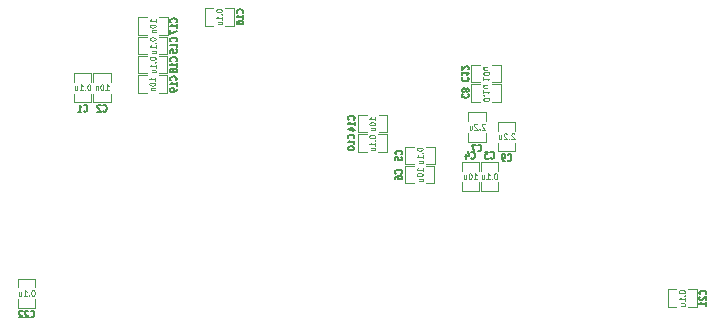
<source format=gbr>
%TF.GenerationSoftware,KiCad,Pcbnew,5.1.9+dfsg1-1*%
%TF.CreationDate,2021-08-04T00:34:55+03:00*%
%TF.ProjectId,extra_av_out,65787472-615f-4617-965f-6f75742e6b69,rev?*%
%TF.SameCoordinates,Original*%
%TF.FileFunction,Legend,Bot*%
%TF.FilePolarity,Positive*%
%FSLAX46Y46*%
G04 Gerber Fmt 4.6, Leading zero omitted, Abs format (unit mm)*
G04 Created by KiCad (PCBNEW 5.1.9+dfsg1-1) date 2021-08-04 00:34:55*
%MOMM*%
%LPD*%
G01*
G04 APERTURE LIST*
%ADD10C,0.119380*%
%ADD11C,0.127000*%
%ADD12C,0.114300*%
G04 APERTURE END LIST*
D10*
%TO.C,C22*%
X57303400Y-77539520D02*
X58776600Y-77539520D01*
X58776600Y-75060480D02*
X57303400Y-75060480D01*
X58774060Y-77498880D02*
X58774060Y-76800380D01*
X58774060Y-75799620D02*
X58774060Y-75101120D01*
X57305940Y-76800380D02*
X57305940Y-77498880D01*
X57305940Y-75799620D02*
X57305940Y-75101120D01*
%TO.C,C21*%
X114779520Y-77436600D02*
X114779520Y-75963400D01*
X112300480Y-75963400D02*
X112300480Y-77436600D01*
X114738880Y-75965940D02*
X114040380Y-75965940D01*
X113039620Y-75965940D02*
X112341120Y-75965940D01*
X114040380Y-77434060D02*
X114738880Y-77434060D01*
X113039620Y-77434060D02*
X112341120Y-77434060D01*
%TO.C,C19*%
X69949520Y-59316600D02*
X69949520Y-57843400D01*
X67470480Y-57843400D02*
X67470480Y-59316600D01*
X69908880Y-57845940D02*
X69210380Y-57845940D01*
X68209620Y-57845940D02*
X67511120Y-57845940D01*
X69210380Y-59314060D02*
X69908880Y-59314060D01*
X68209620Y-59314060D02*
X67511120Y-59314060D01*
%TO.C,C18*%
X69959520Y-57676600D02*
X69959520Y-56203400D01*
X67480480Y-56203400D02*
X67480480Y-57676600D01*
X69918880Y-56205940D02*
X69220380Y-56205940D01*
X68219620Y-56205940D02*
X67521120Y-56205940D01*
X69220380Y-57674060D02*
X69918880Y-57674060D01*
X68219620Y-57674060D02*
X67521120Y-57674060D01*
%TO.C,C17*%
X69969520Y-54396600D02*
X69969520Y-52923400D01*
X67490480Y-52923400D02*
X67490480Y-54396600D01*
X69928880Y-52925940D02*
X69230380Y-52925940D01*
X68229620Y-52925940D02*
X67531120Y-52925940D01*
X69230380Y-54394060D02*
X69928880Y-54394060D01*
X68229620Y-54394060D02*
X67531120Y-54394060D01*
%TO.C,C16*%
X75589520Y-53626600D02*
X75589520Y-52153400D01*
X73110480Y-52153400D02*
X73110480Y-53626600D01*
X75548880Y-52155940D02*
X74850380Y-52155940D01*
X73849620Y-52155940D02*
X73151120Y-52155940D01*
X74850380Y-53624060D02*
X75548880Y-53624060D01*
X73849620Y-53624060D02*
X73151120Y-53624060D01*
%TO.C,C15*%
X69959520Y-56036600D02*
X69959520Y-54563400D01*
X67480480Y-54563400D02*
X67480480Y-56036600D01*
X69918880Y-54565940D02*
X69220380Y-54565940D01*
X68219620Y-54565940D02*
X67521120Y-54565940D01*
X69220380Y-56034060D02*
X69918880Y-56034060D01*
X68219620Y-56034060D02*
X67521120Y-56034060D01*
%TO.C,C14*%
X88569520Y-62676600D02*
X88569520Y-61203400D01*
X86090480Y-61203400D02*
X86090480Y-62676600D01*
X88528880Y-61205940D02*
X87830380Y-61205940D01*
X86829620Y-61205940D02*
X86131120Y-61205940D01*
X87830380Y-62674060D02*
X88528880Y-62674060D01*
X86829620Y-62674060D02*
X86131120Y-62674060D01*
%TO.C,C12*%
X95690480Y-56953400D02*
X95690480Y-58426600D01*
X98169520Y-58426600D02*
X98169520Y-56953400D01*
X95731120Y-58424060D02*
X96429620Y-58424060D01*
X97430380Y-58424060D02*
X98128880Y-58424060D01*
X96429620Y-56955940D02*
X95731120Y-56955940D01*
X97430380Y-56955940D02*
X98128880Y-56955940D01*
%TO.C,C10*%
X88559520Y-64296600D02*
X88559520Y-62823400D01*
X86080480Y-62823400D02*
X86080480Y-64296600D01*
X88518880Y-62825940D02*
X87820380Y-62825940D01*
X86819620Y-62825940D02*
X86121120Y-62825940D01*
X87820380Y-64294060D02*
X88518880Y-64294060D01*
X86819620Y-64294060D02*
X86121120Y-64294060D01*
%TO.C,C9*%
X97933400Y-64279520D02*
X99406600Y-64279520D01*
X99406600Y-61800480D02*
X97933400Y-61800480D01*
X99404060Y-64238880D02*
X99404060Y-63540380D01*
X99404060Y-62539620D02*
X99404060Y-61841120D01*
X97935940Y-63540380D02*
X97935940Y-64238880D01*
X97935940Y-62539620D02*
X97935940Y-61841120D01*
%TO.C,C8*%
X95690480Y-58603400D02*
X95690480Y-60076600D01*
X98169520Y-60076600D02*
X98169520Y-58603400D01*
X95731120Y-60074060D02*
X96429620Y-60074060D01*
X97430380Y-60074060D02*
X98128880Y-60074060D01*
X96429620Y-58605940D02*
X95731120Y-58605940D01*
X97430380Y-58605940D02*
X98128880Y-58605940D01*
%TO.C,C7*%
X96916600Y-60980480D02*
X95443400Y-60980480D01*
X95443400Y-63459520D02*
X96916600Y-63459520D01*
X95445940Y-61021120D02*
X95445940Y-61719620D01*
X95445940Y-62720380D02*
X95445940Y-63418880D01*
X96914060Y-61719620D02*
X96914060Y-61021120D01*
X96914060Y-62720380D02*
X96914060Y-63418880D01*
%TO.C,C6*%
X90090480Y-65503400D02*
X90090480Y-66976600D01*
X92569520Y-66976600D02*
X92569520Y-65503400D01*
X90131120Y-66974060D02*
X90829620Y-66974060D01*
X91830380Y-66974060D02*
X92528880Y-66974060D01*
X90829620Y-65505940D02*
X90131120Y-65505940D01*
X91830380Y-65505940D02*
X92528880Y-65505940D01*
%TO.C,C5*%
X90100480Y-63883400D02*
X90100480Y-65356600D01*
X92579520Y-65356600D02*
X92579520Y-63883400D01*
X90141120Y-65354060D02*
X90839620Y-65354060D01*
X91840380Y-65354060D02*
X92538880Y-65354060D01*
X90839620Y-63885940D02*
X90141120Y-63885940D01*
X91840380Y-63885940D02*
X92538880Y-63885940D01*
%TO.C,C4*%
X96336600Y-65170480D02*
X94863400Y-65170480D01*
X94863400Y-67649520D02*
X96336600Y-67649520D01*
X94865940Y-65211120D02*
X94865940Y-65909620D01*
X94865940Y-66910380D02*
X94865940Y-67608880D01*
X96334060Y-65909620D02*
X96334060Y-65211120D01*
X96334060Y-66910380D02*
X96334060Y-67608880D01*
%TO.C,C3*%
X97956600Y-65160480D02*
X96483400Y-65160480D01*
X96483400Y-67639520D02*
X97956600Y-67639520D01*
X96485940Y-65201120D02*
X96485940Y-65899620D01*
X96485940Y-66900380D02*
X96485940Y-67598880D01*
X97954060Y-65899620D02*
X97954060Y-65201120D01*
X97954060Y-66900380D02*
X97954060Y-67598880D01*
%TO.C,C2*%
X63683400Y-60119520D02*
X65156600Y-60119520D01*
X65156600Y-57640480D02*
X63683400Y-57640480D01*
X65154060Y-60078880D02*
X65154060Y-59380380D01*
X65154060Y-58379620D02*
X65154060Y-57681120D01*
X63685940Y-59380380D02*
X63685940Y-60078880D01*
X63685940Y-58379620D02*
X63685940Y-57681120D01*
%TO.C,C1*%
X62043400Y-60119520D02*
X63516600Y-60119520D01*
X63516600Y-57640480D02*
X62043400Y-57640480D01*
X63514060Y-60078880D02*
X63514060Y-59380380D01*
X63514060Y-58379620D02*
X63514060Y-57681120D01*
X62045940Y-59380380D02*
X62045940Y-60078880D01*
X62045940Y-58379620D02*
X62045940Y-57681120D01*
%TO.C,C22*%
D11*
X58366571Y-78286642D02*
X58390761Y-78314461D01*
X58463333Y-78342280D01*
X58511714Y-78342280D01*
X58584285Y-78314461D01*
X58632666Y-78258823D01*
X58656857Y-78203185D01*
X58681047Y-78091909D01*
X58681047Y-78008452D01*
X58656857Y-77897176D01*
X58632666Y-77841538D01*
X58584285Y-77785900D01*
X58511714Y-77758080D01*
X58463333Y-77758080D01*
X58390761Y-77785900D01*
X58366571Y-77813719D01*
X58173047Y-77813719D02*
X58148857Y-77785900D01*
X58100476Y-77758080D01*
X57979523Y-77758080D01*
X57931142Y-77785900D01*
X57906952Y-77813719D01*
X57882761Y-77869357D01*
X57882761Y-77924995D01*
X57906952Y-78008452D01*
X58197238Y-78342280D01*
X57882761Y-78342280D01*
X57689238Y-77813719D02*
X57665047Y-77785900D01*
X57616666Y-77758080D01*
X57495714Y-77758080D01*
X57447333Y-77785900D01*
X57423142Y-77813719D01*
X57398952Y-77869357D01*
X57398952Y-77924995D01*
X57423142Y-78008452D01*
X57713428Y-78342280D01*
X57398952Y-78342280D01*
D12*
X58595171Y-76021809D02*
X58551628Y-76021809D01*
X58508085Y-76046000D01*
X58486314Y-76070190D01*
X58464542Y-76118571D01*
X58442771Y-76215333D01*
X58442771Y-76336285D01*
X58464542Y-76433047D01*
X58486314Y-76481428D01*
X58508085Y-76505619D01*
X58551628Y-76529809D01*
X58595171Y-76529809D01*
X58638714Y-76505619D01*
X58660485Y-76481428D01*
X58682257Y-76433047D01*
X58704028Y-76336285D01*
X58704028Y-76215333D01*
X58682257Y-76118571D01*
X58660485Y-76070190D01*
X58638714Y-76046000D01*
X58595171Y-76021809D01*
X58246828Y-76481428D02*
X58225057Y-76505619D01*
X58246828Y-76529809D01*
X58268600Y-76505619D01*
X58246828Y-76481428D01*
X58246828Y-76529809D01*
X57789628Y-76529809D02*
X58050885Y-76529809D01*
X57920257Y-76529809D02*
X57920257Y-76021809D01*
X57963800Y-76094380D01*
X58007342Y-76142761D01*
X58050885Y-76166952D01*
X57397742Y-76191142D02*
X57397742Y-76529809D01*
X57593685Y-76191142D02*
X57593685Y-76457238D01*
X57571914Y-76505619D01*
X57528371Y-76529809D01*
X57463057Y-76529809D01*
X57419514Y-76505619D01*
X57397742Y-76481428D01*
%TO.C,C21*%
D11*
X115526642Y-76373428D02*
X115554461Y-76349238D01*
X115582280Y-76276666D01*
X115582280Y-76228285D01*
X115554461Y-76155714D01*
X115498823Y-76107333D01*
X115443185Y-76083142D01*
X115331909Y-76058952D01*
X115248452Y-76058952D01*
X115137176Y-76083142D01*
X115081538Y-76107333D01*
X115025900Y-76155714D01*
X114998080Y-76228285D01*
X114998080Y-76276666D01*
X115025900Y-76349238D01*
X115053719Y-76373428D01*
X115053719Y-76566952D02*
X115025900Y-76591142D01*
X114998080Y-76639523D01*
X114998080Y-76760476D01*
X115025900Y-76808857D01*
X115053719Y-76833047D01*
X115109357Y-76857238D01*
X115164995Y-76857238D01*
X115248452Y-76833047D01*
X115582280Y-76542761D01*
X115582280Y-76857238D01*
X115582280Y-77341047D02*
X115582280Y-77050761D01*
X115582280Y-77195904D02*
X114998080Y-77195904D01*
X115081538Y-77147523D01*
X115137176Y-77099142D01*
X115164995Y-77050761D01*
D12*
X113261809Y-76144828D02*
X113261809Y-76188371D01*
X113286000Y-76231914D01*
X113310190Y-76253685D01*
X113358571Y-76275457D01*
X113455333Y-76297228D01*
X113576285Y-76297228D01*
X113673047Y-76275457D01*
X113721428Y-76253685D01*
X113745619Y-76231914D01*
X113769809Y-76188371D01*
X113769809Y-76144828D01*
X113745619Y-76101285D01*
X113721428Y-76079514D01*
X113673047Y-76057742D01*
X113576285Y-76035971D01*
X113455333Y-76035971D01*
X113358571Y-76057742D01*
X113310190Y-76079514D01*
X113286000Y-76101285D01*
X113261809Y-76144828D01*
X113721428Y-76493171D02*
X113745619Y-76514942D01*
X113769809Y-76493171D01*
X113745619Y-76471400D01*
X113721428Y-76493171D01*
X113769809Y-76493171D01*
X113769809Y-76950371D02*
X113769809Y-76689114D01*
X113769809Y-76819742D02*
X113261809Y-76819742D01*
X113334380Y-76776200D01*
X113382761Y-76732657D01*
X113406952Y-76689114D01*
X113431142Y-77342257D02*
X113769809Y-77342257D01*
X113431142Y-77146314D02*
X113697238Y-77146314D01*
X113745619Y-77168085D01*
X113769809Y-77211628D01*
X113769809Y-77276942D01*
X113745619Y-77320485D01*
X113721428Y-77342257D01*
%TO.C,C19*%
D11*
X70696642Y-58253428D02*
X70724461Y-58229238D01*
X70752280Y-58156666D01*
X70752280Y-58108285D01*
X70724461Y-58035714D01*
X70668823Y-57987333D01*
X70613185Y-57963142D01*
X70501909Y-57938952D01*
X70418452Y-57938952D01*
X70307176Y-57963142D01*
X70251538Y-57987333D01*
X70195900Y-58035714D01*
X70168080Y-58108285D01*
X70168080Y-58156666D01*
X70195900Y-58229238D01*
X70223719Y-58253428D01*
X70752280Y-58737238D02*
X70752280Y-58446952D01*
X70752280Y-58592095D02*
X70168080Y-58592095D01*
X70251538Y-58543714D01*
X70307176Y-58495333D01*
X70334995Y-58446952D01*
X70752280Y-58979142D02*
X70752280Y-59075904D01*
X70724461Y-59124285D01*
X70696642Y-59148476D01*
X70613185Y-59196857D01*
X70501909Y-59221047D01*
X70279357Y-59221047D01*
X70223719Y-59196857D01*
X70195900Y-59172666D01*
X70168080Y-59124285D01*
X70168080Y-59027523D01*
X70195900Y-58979142D01*
X70223719Y-58954952D01*
X70279357Y-58930761D01*
X70418452Y-58930761D01*
X70474090Y-58954952D01*
X70501909Y-58979142D01*
X70529728Y-59027523D01*
X70529728Y-59124285D01*
X70501909Y-59172666D01*
X70474090Y-59196857D01*
X70418452Y-59221047D01*
D12*
X68939809Y-58286085D02*
X68939809Y-58024828D01*
X68939809Y-58155457D02*
X68431809Y-58155457D01*
X68504380Y-58111914D01*
X68552761Y-58068371D01*
X68576952Y-58024828D01*
X68431809Y-58569114D02*
X68431809Y-58612657D01*
X68456000Y-58656200D01*
X68480190Y-58677971D01*
X68528571Y-58699742D01*
X68625333Y-58721514D01*
X68746285Y-58721514D01*
X68843047Y-58699742D01*
X68891428Y-58677971D01*
X68915619Y-58656200D01*
X68939809Y-58612657D01*
X68939809Y-58569114D01*
X68915619Y-58525571D01*
X68891428Y-58503800D01*
X68843047Y-58482028D01*
X68746285Y-58460257D01*
X68625333Y-58460257D01*
X68528571Y-58482028D01*
X68480190Y-58503800D01*
X68456000Y-58525571D01*
X68431809Y-58569114D01*
X68601142Y-58917457D02*
X68939809Y-58917457D01*
X68649523Y-58917457D02*
X68625333Y-58939228D01*
X68601142Y-58982771D01*
X68601142Y-59048085D01*
X68625333Y-59091628D01*
X68673714Y-59113400D01*
X68939809Y-59113400D01*
%TO.C,C18*%
D11*
X70706642Y-56613428D02*
X70734461Y-56589238D01*
X70762280Y-56516666D01*
X70762280Y-56468285D01*
X70734461Y-56395714D01*
X70678823Y-56347333D01*
X70623185Y-56323142D01*
X70511909Y-56298952D01*
X70428452Y-56298952D01*
X70317176Y-56323142D01*
X70261538Y-56347333D01*
X70205900Y-56395714D01*
X70178080Y-56468285D01*
X70178080Y-56516666D01*
X70205900Y-56589238D01*
X70233719Y-56613428D01*
X70762280Y-57097238D02*
X70762280Y-56806952D01*
X70762280Y-56952095D02*
X70178080Y-56952095D01*
X70261538Y-56903714D01*
X70317176Y-56855333D01*
X70344995Y-56806952D01*
X70428452Y-57387523D02*
X70400633Y-57339142D01*
X70372814Y-57314952D01*
X70317176Y-57290761D01*
X70289357Y-57290761D01*
X70233719Y-57314952D01*
X70205900Y-57339142D01*
X70178080Y-57387523D01*
X70178080Y-57484285D01*
X70205900Y-57532666D01*
X70233719Y-57556857D01*
X70289357Y-57581047D01*
X70317176Y-57581047D01*
X70372814Y-57556857D01*
X70400633Y-57532666D01*
X70428452Y-57484285D01*
X70428452Y-57387523D01*
X70456271Y-57339142D01*
X70484090Y-57314952D01*
X70539728Y-57290761D01*
X70651004Y-57290761D01*
X70706642Y-57314952D01*
X70734461Y-57339142D01*
X70762280Y-57387523D01*
X70762280Y-57484285D01*
X70734461Y-57532666D01*
X70706642Y-57556857D01*
X70651004Y-57581047D01*
X70539728Y-57581047D01*
X70484090Y-57556857D01*
X70456271Y-57532666D01*
X70428452Y-57484285D01*
D12*
X68441809Y-56384828D02*
X68441809Y-56428371D01*
X68466000Y-56471914D01*
X68490190Y-56493685D01*
X68538571Y-56515457D01*
X68635333Y-56537228D01*
X68756285Y-56537228D01*
X68853047Y-56515457D01*
X68901428Y-56493685D01*
X68925619Y-56471914D01*
X68949809Y-56428371D01*
X68949809Y-56384828D01*
X68925619Y-56341285D01*
X68901428Y-56319514D01*
X68853047Y-56297742D01*
X68756285Y-56275971D01*
X68635333Y-56275971D01*
X68538571Y-56297742D01*
X68490190Y-56319514D01*
X68466000Y-56341285D01*
X68441809Y-56384828D01*
X68901428Y-56733171D02*
X68925619Y-56754942D01*
X68949809Y-56733171D01*
X68925619Y-56711400D01*
X68901428Y-56733171D01*
X68949809Y-56733171D01*
X68949809Y-57190371D02*
X68949809Y-56929114D01*
X68949809Y-57059742D02*
X68441809Y-57059742D01*
X68514380Y-57016200D01*
X68562761Y-56972657D01*
X68586952Y-56929114D01*
X68611142Y-57582257D02*
X68949809Y-57582257D01*
X68611142Y-57386314D02*
X68877238Y-57386314D01*
X68925619Y-57408085D01*
X68949809Y-57451628D01*
X68949809Y-57516942D01*
X68925619Y-57560485D01*
X68901428Y-57582257D01*
%TO.C,C17*%
D11*
X70716642Y-53333428D02*
X70744461Y-53309238D01*
X70772280Y-53236666D01*
X70772280Y-53188285D01*
X70744461Y-53115714D01*
X70688823Y-53067333D01*
X70633185Y-53043142D01*
X70521909Y-53018952D01*
X70438452Y-53018952D01*
X70327176Y-53043142D01*
X70271538Y-53067333D01*
X70215900Y-53115714D01*
X70188080Y-53188285D01*
X70188080Y-53236666D01*
X70215900Y-53309238D01*
X70243719Y-53333428D01*
X70772280Y-53817238D02*
X70772280Y-53526952D01*
X70772280Y-53672095D02*
X70188080Y-53672095D01*
X70271538Y-53623714D01*
X70327176Y-53575333D01*
X70354995Y-53526952D01*
X70188080Y-53986571D02*
X70188080Y-54325238D01*
X70772280Y-54107523D01*
D12*
X68959809Y-53366085D02*
X68959809Y-53104828D01*
X68959809Y-53235457D02*
X68451809Y-53235457D01*
X68524380Y-53191914D01*
X68572761Y-53148371D01*
X68596952Y-53104828D01*
X68451809Y-53649114D02*
X68451809Y-53692657D01*
X68476000Y-53736200D01*
X68500190Y-53757971D01*
X68548571Y-53779742D01*
X68645333Y-53801514D01*
X68766285Y-53801514D01*
X68863047Y-53779742D01*
X68911428Y-53757971D01*
X68935619Y-53736200D01*
X68959809Y-53692657D01*
X68959809Y-53649114D01*
X68935619Y-53605571D01*
X68911428Y-53583800D01*
X68863047Y-53562028D01*
X68766285Y-53540257D01*
X68645333Y-53540257D01*
X68548571Y-53562028D01*
X68500190Y-53583800D01*
X68476000Y-53605571D01*
X68451809Y-53649114D01*
X68621142Y-53997457D02*
X68959809Y-53997457D01*
X68669523Y-53997457D02*
X68645333Y-54019228D01*
X68621142Y-54062771D01*
X68621142Y-54128085D01*
X68645333Y-54171628D01*
X68693714Y-54193400D01*
X68959809Y-54193400D01*
%TO.C,C16*%
D11*
X76336642Y-52563428D02*
X76364461Y-52539238D01*
X76392280Y-52466666D01*
X76392280Y-52418285D01*
X76364461Y-52345714D01*
X76308823Y-52297333D01*
X76253185Y-52273142D01*
X76141909Y-52248952D01*
X76058452Y-52248952D01*
X75947176Y-52273142D01*
X75891538Y-52297333D01*
X75835900Y-52345714D01*
X75808080Y-52418285D01*
X75808080Y-52466666D01*
X75835900Y-52539238D01*
X75863719Y-52563428D01*
X76392280Y-53047238D02*
X76392280Y-52756952D01*
X76392280Y-52902095D02*
X75808080Y-52902095D01*
X75891538Y-52853714D01*
X75947176Y-52805333D01*
X75974995Y-52756952D01*
X75808080Y-53482666D02*
X75808080Y-53385904D01*
X75835900Y-53337523D01*
X75863719Y-53313333D01*
X75947176Y-53264952D01*
X76058452Y-53240761D01*
X76281004Y-53240761D01*
X76336642Y-53264952D01*
X76364461Y-53289142D01*
X76392280Y-53337523D01*
X76392280Y-53434285D01*
X76364461Y-53482666D01*
X76336642Y-53506857D01*
X76281004Y-53531047D01*
X76141909Y-53531047D01*
X76086271Y-53506857D01*
X76058452Y-53482666D01*
X76030633Y-53434285D01*
X76030633Y-53337523D01*
X76058452Y-53289142D01*
X76086271Y-53264952D01*
X76141909Y-53240761D01*
D12*
X74071809Y-52334828D02*
X74071809Y-52378371D01*
X74096000Y-52421914D01*
X74120190Y-52443685D01*
X74168571Y-52465457D01*
X74265333Y-52487228D01*
X74386285Y-52487228D01*
X74483047Y-52465457D01*
X74531428Y-52443685D01*
X74555619Y-52421914D01*
X74579809Y-52378371D01*
X74579809Y-52334828D01*
X74555619Y-52291285D01*
X74531428Y-52269514D01*
X74483047Y-52247742D01*
X74386285Y-52225971D01*
X74265333Y-52225971D01*
X74168571Y-52247742D01*
X74120190Y-52269514D01*
X74096000Y-52291285D01*
X74071809Y-52334828D01*
X74531428Y-52683171D02*
X74555619Y-52704942D01*
X74579809Y-52683171D01*
X74555619Y-52661400D01*
X74531428Y-52683171D01*
X74579809Y-52683171D01*
X74579809Y-53140371D02*
X74579809Y-52879114D01*
X74579809Y-53009742D02*
X74071809Y-53009742D01*
X74144380Y-52966200D01*
X74192761Y-52922657D01*
X74216952Y-52879114D01*
X74241142Y-53532257D02*
X74579809Y-53532257D01*
X74241142Y-53336314D02*
X74507238Y-53336314D01*
X74555619Y-53358085D01*
X74579809Y-53401628D01*
X74579809Y-53466942D01*
X74555619Y-53510485D01*
X74531428Y-53532257D01*
%TO.C,C15*%
D11*
X70706642Y-54973428D02*
X70734461Y-54949238D01*
X70762280Y-54876666D01*
X70762280Y-54828285D01*
X70734461Y-54755714D01*
X70678823Y-54707333D01*
X70623185Y-54683142D01*
X70511909Y-54658952D01*
X70428452Y-54658952D01*
X70317176Y-54683142D01*
X70261538Y-54707333D01*
X70205900Y-54755714D01*
X70178080Y-54828285D01*
X70178080Y-54876666D01*
X70205900Y-54949238D01*
X70233719Y-54973428D01*
X70762280Y-55457238D02*
X70762280Y-55166952D01*
X70762280Y-55312095D02*
X70178080Y-55312095D01*
X70261538Y-55263714D01*
X70317176Y-55215333D01*
X70344995Y-55166952D01*
X70178080Y-55916857D02*
X70178080Y-55674952D01*
X70456271Y-55650761D01*
X70428452Y-55674952D01*
X70400633Y-55723333D01*
X70400633Y-55844285D01*
X70428452Y-55892666D01*
X70456271Y-55916857D01*
X70511909Y-55941047D01*
X70651004Y-55941047D01*
X70706642Y-55916857D01*
X70734461Y-55892666D01*
X70762280Y-55844285D01*
X70762280Y-55723333D01*
X70734461Y-55674952D01*
X70706642Y-55650761D01*
D12*
X68441809Y-54744828D02*
X68441809Y-54788371D01*
X68466000Y-54831914D01*
X68490190Y-54853685D01*
X68538571Y-54875457D01*
X68635333Y-54897228D01*
X68756285Y-54897228D01*
X68853047Y-54875457D01*
X68901428Y-54853685D01*
X68925619Y-54831914D01*
X68949809Y-54788371D01*
X68949809Y-54744828D01*
X68925619Y-54701285D01*
X68901428Y-54679514D01*
X68853047Y-54657742D01*
X68756285Y-54635971D01*
X68635333Y-54635971D01*
X68538571Y-54657742D01*
X68490190Y-54679514D01*
X68466000Y-54701285D01*
X68441809Y-54744828D01*
X68901428Y-55093171D02*
X68925619Y-55114942D01*
X68949809Y-55093171D01*
X68925619Y-55071400D01*
X68901428Y-55093171D01*
X68949809Y-55093171D01*
X68949809Y-55550371D02*
X68949809Y-55289114D01*
X68949809Y-55419742D02*
X68441809Y-55419742D01*
X68514380Y-55376200D01*
X68562761Y-55332657D01*
X68586952Y-55289114D01*
X68611142Y-55942257D02*
X68949809Y-55942257D01*
X68611142Y-55746314D02*
X68877238Y-55746314D01*
X68925619Y-55768085D01*
X68949809Y-55811628D01*
X68949809Y-55876942D01*
X68925619Y-55920485D01*
X68901428Y-55942257D01*
%TO.C,C14*%
D11*
X85768642Y-61583428D02*
X85796461Y-61559238D01*
X85824280Y-61486666D01*
X85824280Y-61438285D01*
X85796461Y-61365714D01*
X85740823Y-61317333D01*
X85685185Y-61293142D01*
X85573909Y-61268952D01*
X85490452Y-61268952D01*
X85379176Y-61293142D01*
X85323538Y-61317333D01*
X85267900Y-61365714D01*
X85240080Y-61438285D01*
X85240080Y-61486666D01*
X85267900Y-61559238D01*
X85295719Y-61583428D01*
X85824280Y-62067238D02*
X85824280Y-61776952D01*
X85824280Y-61922095D02*
X85240080Y-61922095D01*
X85323538Y-61873714D01*
X85379176Y-61825333D01*
X85406995Y-61776952D01*
X85434814Y-62502666D02*
X85824280Y-62502666D01*
X85212261Y-62381714D02*
X85629547Y-62260761D01*
X85629547Y-62575238D01*
D12*
X87559809Y-61646085D02*
X87559809Y-61384828D01*
X87559809Y-61515457D02*
X87051809Y-61515457D01*
X87124380Y-61471914D01*
X87172761Y-61428371D01*
X87196952Y-61384828D01*
X87051809Y-61929114D02*
X87051809Y-61972657D01*
X87076000Y-62016200D01*
X87100190Y-62037971D01*
X87148571Y-62059742D01*
X87245333Y-62081514D01*
X87366285Y-62081514D01*
X87463047Y-62059742D01*
X87511428Y-62037971D01*
X87535619Y-62016200D01*
X87559809Y-61972657D01*
X87559809Y-61929114D01*
X87535619Y-61885571D01*
X87511428Y-61863800D01*
X87463047Y-61842028D01*
X87366285Y-61820257D01*
X87245333Y-61820257D01*
X87148571Y-61842028D01*
X87100190Y-61863800D01*
X87076000Y-61885571D01*
X87051809Y-61929114D01*
X87221142Y-62473400D02*
X87559809Y-62473400D01*
X87221142Y-62277457D02*
X87487238Y-62277457D01*
X87535619Y-62299228D01*
X87559809Y-62342771D01*
X87559809Y-62408085D01*
X87535619Y-62451628D01*
X87511428Y-62473400D01*
%TO.C,C12*%
D11*
X94943357Y-58016571D02*
X94915538Y-58040761D01*
X94887719Y-58113333D01*
X94887719Y-58161714D01*
X94915538Y-58234285D01*
X94971176Y-58282666D01*
X95026814Y-58306857D01*
X95138090Y-58331047D01*
X95221547Y-58331047D01*
X95332823Y-58306857D01*
X95388461Y-58282666D01*
X95444100Y-58234285D01*
X95471919Y-58161714D01*
X95471919Y-58113333D01*
X95444100Y-58040761D01*
X95416280Y-58016571D01*
X94887719Y-57532761D02*
X94887719Y-57823047D01*
X94887719Y-57677904D02*
X95471919Y-57677904D01*
X95388461Y-57726285D01*
X95332823Y-57774666D01*
X95305004Y-57823047D01*
X95416280Y-57339238D02*
X95444100Y-57315047D01*
X95471919Y-57266666D01*
X95471919Y-57145714D01*
X95444100Y-57097333D01*
X95416280Y-57073142D01*
X95360642Y-57048952D01*
X95305004Y-57048952D01*
X95221547Y-57073142D01*
X94887719Y-57363428D01*
X94887719Y-57048952D01*
D12*
X96700190Y-57983914D02*
X96700190Y-58245171D01*
X96700190Y-58114542D02*
X97208190Y-58114542D01*
X97135619Y-58158085D01*
X97087238Y-58201628D01*
X97063047Y-58245171D01*
X97208190Y-57700885D02*
X97208190Y-57657342D01*
X97184000Y-57613800D01*
X97159809Y-57592028D01*
X97111428Y-57570257D01*
X97014666Y-57548485D01*
X96893714Y-57548485D01*
X96796952Y-57570257D01*
X96748571Y-57592028D01*
X96724380Y-57613800D01*
X96700190Y-57657342D01*
X96700190Y-57700885D01*
X96724380Y-57744428D01*
X96748571Y-57766200D01*
X96796952Y-57787971D01*
X96893714Y-57809742D01*
X97014666Y-57809742D01*
X97111428Y-57787971D01*
X97159809Y-57766200D01*
X97184000Y-57744428D01*
X97208190Y-57700885D01*
X97038857Y-57156600D02*
X96700190Y-57156600D01*
X97038857Y-57352542D02*
X96772761Y-57352542D01*
X96724380Y-57330771D01*
X96700190Y-57287228D01*
X96700190Y-57221914D01*
X96724380Y-57178371D01*
X96748571Y-57156600D01*
%TO.C,C10*%
D11*
X85738642Y-63183428D02*
X85766461Y-63159238D01*
X85794280Y-63086666D01*
X85794280Y-63038285D01*
X85766461Y-62965714D01*
X85710823Y-62917333D01*
X85655185Y-62893142D01*
X85543909Y-62868952D01*
X85460452Y-62868952D01*
X85349176Y-62893142D01*
X85293538Y-62917333D01*
X85237900Y-62965714D01*
X85210080Y-63038285D01*
X85210080Y-63086666D01*
X85237900Y-63159238D01*
X85265719Y-63183428D01*
X85794280Y-63667238D02*
X85794280Y-63376952D01*
X85794280Y-63522095D02*
X85210080Y-63522095D01*
X85293538Y-63473714D01*
X85349176Y-63425333D01*
X85376995Y-63376952D01*
X85210080Y-63981714D02*
X85210080Y-64030095D01*
X85237900Y-64078476D01*
X85265719Y-64102666D01*
X85321357Y-64126857D01*
X85432633Y-64151047D01*
X85571728Y-64151047D01*
X85683004Y-64126857D01*
X85738642Y-64102666D01*
X85766461Y-64078476D01*
X85794280Y-64030095D01*
X85794280Y-63981714D01*
X85766461Y-63933333D01*
X85738642Y-63909142D01*
X85683004Y-63884952D01*
X85571728Y-63860761D01*
X85432633Y-63860761D01*
X85321357Y-63884952D01*
X85265719Y-63909142D01*
X85237900Y-63933333D01*
X85210080Y-63981714D01*
D12*
X87041809Y-63004828D02*
X87041809Y-63048371D01*
X87066000Y-63091914D01*
X87090190Y-63113685D01*
X87138571Y-63135457D01*
X87235333Y-63157228D01*
X87356285Y-63157228D01*
X87453047Y-63135457D01*
X87501428Y-63113685D01*
X87525619Y-63091914D01*
X87549809Y-63048371D01*
X87549809Y-63004828D01*
X87525619Y-62961285D01*
X87501428Y-62939514D01*
X87453047Y-62917742D01*
X87356285Y-62895971D01*
X87235333Y-62895971D01*
X87138571Y-62917742D01*
X87090190Y-62939514D01*
X87066000Y-62961285D01*
X87041809Y-63004828D01*
X87501428Y-63353171D02*
X87525619Y-63374942D01*
X87549809Y-63353171D01*
X87525619Y-63331400D01*
X87501428Y-63353171D01*
X87549809Y-63353171D01*
X87549809Y-63810371D02*
X87549809Y-63549114D01*
X87549809Y-63679742D02*
X87041809Y-63679742D01*
X87114380Y-63636200D01*
X87162761Y-63592657D01*
X87186952Y-63549114D01*
X87211142Y-64202257D02*
X87549809Y-64202257D01*
X87211142Y-64006314D02*
X87477238Y-64006314D01*
X87525619Y-64028085D01*
X87549809Y-64071628D01*
X87549809Y-64136942D01*
X87525619Y-64180485D01*
X87501428Y-64202257D01*
%TO.C,C9*%
D11*
X98754666Y-65026642D02*
X98778857Y-65054461D01*
X98851428Y-65082280D01*
X98899809Y-65082280D01*
X98972380Y-65054461D01*
X99020761Y-64998823D01*
X99044952Y-64943185D01*
X99069142Y-64831909D01*
X99069142Y-64748452D01*
X99044952Y-64637176D01*
X99020761Y-64581538D01*
X98972380Y-64525900D01*
X98899809Y-64498080D01*
X98851428Y-64498080D01*
X98778857Y-64525900D01*
X98754666Y-64553719D01*
X98512761Y-65082280D02*
X98416000Y-65082280D01*
X98367619Y-65054461D01*
X98343428Y-65026642D01*
X98295047Y-64943185D01*
X98270857Y-64831909D01*
X98270857Y-64609357D01*
X98295047Y-64553719D01*
X98319238Y-64525900D01*
X98367619Y-64498080D01*
X98464380Y-64498080D01*
X98512761Y-64525900D01*
X98536952Y-64553719D01*
X98561142Y-64609357D01*
X98561142Y-64748452D01*
X98536952Y-64804090D01*
X98512761Y-64831909D01*
X98464380Y-64859728D01*
X98367619Y-64859728D01*
X98319238Y-64831909D01*
X98295047Y-64804090D01*
X98270857Y-64748452D01*
D12*
X99334028Y-62810190D02*
X99312257Y-62786000D01*
X99268714Y-62761809D01*
X99159857Y-62761809D01*
X99116314Y-62786000D01*
X99094542Y-62810190D01*
X99072771Y-62858571D01*
X99072771Y-62906952D01*
X99094542Y-62979523D01*
X99355800Y-63269809D01*
X99072771Y-63269809D01*
X98876828Y-63221428D02*
X98855057Y-63245619D01*
X98876828Y-63269809D01*
X98898600Y-63245619D01*
X98876828Y-63221428D01*
X98876828Y-63269809D01*
X98680885Y-62810190D02*
X98659114Y-62786000D01*
X98615571Y-62761809D01*
X98506714Y-62761809D01*
X98463171Y-62786000D01*
X98441400Y-62810190D01*
X98419628Y-62858571D01*
X98419628Y-62906952D01*
X98441400Y-62979523D01*
X98702657Y-63269809D01*
X98419628Y-63269809D01*
X98027742Y-62931142D02*
X98027742Y-63269809D01*
X98223685Y-62931142D02*
X98223685Y-63197238D01*
X98201914Y-63245619D01*
X98158371Y-63269809D01*
X98093057Y-63269809D01*
X98049514Y-63245619D01*
X98027742Y-63221428D01*
%TO.C,C8*%
D11*
X94943357Y-59424666D02*
X94915538Y-59448857D01*
X94887719Y-59521428D01*
X94887719Y-59569809D01*
X94915538Y-59642380D01*
X94971176Y-59690761D01*
X95026814Y-59714952D01*
X95138090Y-59739142D01*
X95221547Y-59739142D01*
X95332823Y-59714952D01*
X95388461Y-59690761D01*
X95444100Y-59642380D01*
X95471919Y-59569809D01*
X95471919Y-59521428D01*
X95444100Y-59448857D01*
X95416280Y-59424666D01*
X95221547Y-59134380D02*
X95249366Y-59182761D01*
X95277185Y-59206952D01*
X95332823Y-59231142D01*
X95360642Y-59231142D01*
X95416280Y-59206952D01*
X95444100Y-59182761D01*
X95471919Y-59134380D01*
X95471919Y-59037619D01*
X95444100Y-58989238D01*
X95416280Y-58965047D01*
X95360642Y-58940857D01*
X95332823Y-58940857D01*
X95277185Y-58965047D01*
X95249366Y-58989238D01*
X95221547Y-59037619D01*
X95221547Y-59134380D01*
X95193728Y-59182761D01*
X95165909Y-59206952D01*
X95110271Y-59231142D01*
X94998995Y-59231142D01*
X94943357Y-59206952D01*
X94915538Y-59182761D01*
X94887719Y-59134380D01*
X94887719Y-59037619D01*
X94915538Y-58989238D01*
X94943357Y-58965047D01*
X94998995Y-58940857D01*
X95110271Y-58940857D01*
X95165909Y-58965047D01*
X95193728Y-58989238D01*
X95221547Y-59037619D01*
D12*
X97208190Y-59895171D02*
X97208190Y-59851628D01*
X97184000Y-59808085D01*
X97159809Y-59786314D01*
X97111428Y-59764542D01*
X97014666Y-59742771D01*
X96893714Y-59742771D01*
X96796952Y-59764542D01*
X96748571Y-59786314D01*
X96724380Y-59808085D01*
X96700190Y-59851628D01*
X96700190Y-59895171D01*
X96724380Y-59938714D01*
X96748571Y-59960485D01*
X96796952Y-59982257D01*
X96893714Y-60004028D01*
X97014666Y-60004028D01*
X97111428Y-59982257D01*
X97159809Y-59960485D01*
X97184000Y-59938714D01*
X97208190Y-59895171D01*
X96748571Y-59546828D02*
X96724380Y-59525057D01*
X96700190Y-59546828D01*
X96724380Y-59568600D01*
X96748571Y-59546828D01*
X96700190Y-59546828D01*
X96700190Y-59089628D02*
X96700190Y-59350885D01*
X96700190Y-59220257D02*
X97208190Y-59220257D01*
X97135619Y-59263800D01*
X97087238Y-59307342D01*
X97063047Y-59350885D01*
X97038857Y-58697742D02*
X96700190Y-58697742D01*
X97038857Y-58893685D02*
X96772761Y-58893685D01*
X96724380Y-58871914D01*
X96700190Y-58828371D01*
X96700190Y-58763057D01*
X96724380Y-58719514D01*
X96748571Y-58697742D01*
%TO.C,C7*%
D11*
X96224666Y-64228642D02*
X96248857Y-64256461D01*
X96321428Y-64284280D01*
X96369809Y-64284280D01*
X96442380Y-64256461D01*
X96490761Y-64200823D01*
X96514952Y-64145185D01*
X96539142Y-64033909D01*
X96539142Y-63950452D01*
X96514952Y-63839176D01*
X96490761Y-63783538D01*
X96442380Y-63727900D01*
X96369809Y-63700080D01*
X96321428Y-63700080D01*
X96248857Y-63727900D01*
X96224666Y-63755719D01*
X96055333Y-63700080D02*
X95716666Y-63700080D01*
X95934380Y-64284280D01*
D12*
X96844028Y-61990190D02*
X96822257Y-61966000D01*
X96778714Y-61941809D01*
X96669857Y-61941809D01*
X96626314Y-61966000D01*
X96604542Y-61990190D01*
X96582771Y-62038571D01*
X96582771Y-62086952D01*
X96604542Y-62159523D01*
X96865800Y-62449809D01*
X96582771Y-62449809D01*
X96386828Y-62401428D02*
X96365057Y-62425619D01*
X96386828Y-62449809D01*
X96408600Y-62425619D01*
X96386828Y-62401428D01*
X96386828Y-62449809D01*
X96190885Y-61990190D02*
X96169114Y-61966000D01*
X96125571Y-61941809D01*
X96016714Y-61941809D01*
X95973171Y-61966000D01*
X95951400Y-61990190D01*
X95929628Y-62038571D01*
X95929628Y-62086952D01*
X95951400Y-62159523D01*
X96212657Y-62449809D01*
X95929628Y-62449809D01*
X95537742Y-62111142D02*
X95537742Y-62449809D01*
X95733685Y-62111142D02*
X95733685Y-62377238D01*
X95711914Y-62425619D01*
X95668371Y-62449809D01*
X95603057Y-62449809D01*
X95559514Y-62425619D01*
X95537742Y-62401428D01*
%TO.C,C6*%
D11*
X89760642Y-66155333D02*
X89788461Y-66131142D01*
X89816280Y-66058571D01*
X89816280Y-66010190D01*
X89788461Y-65937619D01*
X89732823Y-65889238D01*
X89677185Y-65865047D01*
X89565909Y-65840857D01*
X89482452Y-65840857D01*
X89371176Y-65865047D01*
X89315538Y-65889238D01*
X89259900Y-65937619D01*
X89232080Y-66010190D01*
X89232080Y-66058571D01*
X89259900Y-66131142D01*
X89287719Y-66155333D01*
X89232080Y-66590761D02*
X89232080Y-66494000D01*
X89259900Y-66445619D01*
X89287719Y-66421428D01*
X89371176Y-66373047D01*
X89482452Y-66348857D01*
X89705004Y-66348857D01*
X89760642Y-66373047D01*
X89788461Y-66397238D01*
X89816280Y-66445619D01*
X89816280Y-66542380D01*
X89788461Y-66590761D01*
X89760642Y-66614952D01*
X89705004Y-66639142D01*
X89565909Y-66639142D01*
X89510271Y-66614952D01*
X89482452Y-66590761D01*
X89454633Y-66542380D01*
X89454633Y-66445619D01*
X89482452Y-66397238D01*
X89510271Y-66373047D01*
X89565909Y-66348857D01*
D12*
X91559809Y-65946085D02*
X91559809Y-65684828D01*
X91559809Y-65815457D02*
X91051809Y-65815457D01*
X91124380Y-65771914D01*
X91172761Y-65728371D01*
X91196952Y-65684828D01*
X91051809Y-66229114D02*
X91051809Y-66272657D01*
X91076000Y-66316200D01*
X91100190Y-66337971D01*
X91148571Y-66359742D01*
X91245333Y-66381514D01*
X91366285Y-66381514D01*
X91463047Y-66359742D01*
X91511428Y-66337971D01*
X91535619Y-66316200D01*
X91559809Y-66272657D01*
X91559809Y-66229114D01*
X91535619Y-66185571D01*
X91511428Y-66163800D01*
X91463047Y-66142028D01*
X91366285Y-66120257D01*
X91245333Y-66120257D01*
X91148571Y-66142028D01*
X91100190Y-66163800D01*
X91076000Y-66185571D01*
X91051809Y-66229114D01*
X91221142Y-66773400D02*
X91559809Y-66773400D01*
X91221142Y-66577457D02*
X91487238Y-66577457D01*
X91535619Y-66599228D01*
X91559809Y-66642771D01*
X91559809Y-66708085D01*
X91535619Y-66751628D01*
X91511428Y-66773400D01*
%TO.C,C5*%
D11*
X89770642Y-64535333D02*
X89798461Y-64511142D01*
X89826280Y-64438571D01*
X89826280Y-64390190D01*
X89798461Y-64317619D01*
X89742823Y-64269238D01*
X89687185Y-64245047D01*
X89575909Y-64220857D01*
X89492452Y-64220857D01*
X89381176Y-64245047D01*
X89325538Y-64269238D01*
X89269900Y-64317619D01*
X89242080Y-64390190D01*
X89242080Y-64438571D01*
X89269900Y-64511142D01*
X89297719Y-64535333D01*
X89242080Y-64994952D02*
X89242080Y-64753047D01*
X89520271Y-64728857D01*
X89492452Y-64753047D01*
X89464633Y-64801428D01*
X89464633Y-64922380D01*
X89492452Y-64970761D01*
X89520271Y-64994952D01*
X89575909Y-65019142D01*
X89715004Y-65019142D01*
X89770642Y-64994952D01*
X89798461Y-64970761D01*
X89826280Y-64922380D01*
X89826280Y-64801428D01*
X89798461Y-64753047D01*
X89770642Y-64728857D01*
D12*
X91061809Y-64064828D02*
X91061809Y-64108371D01*
X91086000Y-64151914D01*
X91110190Y-64173685D01*
X91158571Y-64195457D01*
X91255333Y-64217228D01*
X91376285Y-64217228D01*
X91473047Y-64195457D01*
X91521428Y-64173685D01*
X91545619Y-64151914D01*
X91569809Y-64108371D01*
X91569809Y-64064828D01*
X91545619Y-64021285D01*
X91521428Y-63999514D01*
X91473047Y-63977742D01*
X91376285Y-63955971D01*
X91255333Y-63955971D01*
X91158571Y-63977742D01*
X91110190Y-63999514D01*
X91086000Y-64021285D01*
X91061809Y-64064828D01*
X91521428Y-64413171D02*
X91545619Y-64434942D01*
X91569809Y-64413171D01*
X91545619Y-64391400D01*
X91521428Y-64413171D01*
X91569809Y-64413171D01*
X91569809Y-64870371D02*
X91569809Y-64609114D01*
X91569809Y-64739742D02*
X91061809Y-64739742D01*
X91134380Y-64696200D01*
X91182761Y-64652657D01*
X91206952Y-64609114D01*
X91231142Y-65262257D02*
X91569809Y-65262257D01*
X91231142Y-65066314D02*
X91497238Y-65066314D01*
X91545619Y-65088085D01*
X91569809Y-65131628D01*
X91569809Y-65196942D01*
X91545619Y-65240485D01*
X91521428Y-65262257D01*
%TO.C,C4*%
D11*
X95684666Y-64840642D02*
X95708857Y-64868461D01*
X95781428Y-64896280D01*
X95829809Y-64896280D01*
X95902380Y-64868461D01*
X95950761Y-64812823D01*
X95974952Y-64757185D01*
X95999142Y-64645909D01*
X95999142Y-64562452D01*
X95974952Y-64451176D01*
X95950761Y-64395538D01*
X95902380Y-64339900D01*
X95829809Y-64312080D01*
X95781428Y-64312080D01*
X95708857Y-64339900D01*
X95684666Y-64367719D01*
X95249238Y-64506814D02*
X95249238Y-64896280D01*
X95370190Y-64284261D02*
X95491142Y-64701547D01*
X95176666Y-64701547D01*
D12*
X95893914Y-66639809D02*
X96155171Y-66639809D01*
X96024542Y-66639809D02*
X96024542Y-66131809D01*
X96068085Y-66204380D01*
X96111628Y-66252761D01*
X96155171Y-66276952D01*
X95610885Y-66131809D02*
X95567342Y-66131809D01*
X95523800Y-66156000D01*
X95502028Y-66180190D01*
X95480257Y-66228571D01*
X95458485Y-66325333D01*
X95458485Y-66446285D01*
X95480257Y-66543047D01*
X95502028Y-66591428D01*
X95523800Y-66615619D01*
X95567342Y-66639809D01*
X95610885Y-66639809D01*
X95654428Y-66615619D01*
X95676200Y-66591428D01*
X95697971Y-66543047D01*
X95719742Y-66446285D01*
X95719742Y-66325333D01*
X95697971Y-66228571D01*
X95676200Y-66180190D01*
X95654428Y-66156000D01*
X95610885Y-66131809D01*
X95066600Y-66301142D02*
X95066600Y-66639809D01*
X95262542Y-66301142D02*
X95262542Y-66567238D01*
X95240771Y-66615619D01*
X95197228Y-66639809D01*
X95131914Y-66639809D01*
X95088371Y-66615619D01*
X95066600Y-66591428D01*
%TO.C,C3*%
D11*
X97304666Y-64830642D02*
X97328857Y-64858461D01*
X97401428Y-64886280D01*
X97449809Y-64886280D01*
X97522380Y-64858461D01*
X97570761Y-64802823D01*
X97594952Y-64747185D01*
X97619142Y-64635909D01*
X97619142Y-64552452D01*
X97594952Y-64441176D01*
X97570761Y-64385538D01*
X97522380Y-64329900D01*
X97449809Y-64302080D01*
X97401428Y-64302080D01*
X97328857Y-64329900D01*
X97304666Y-64357719D01*
X97135333Y-64302080D02*
X96820857Y-64302080D01*
X96990190Y-64524633D01*
X96917619Y-64524633D01*
X96869238Y-64552452D01*
X96845047Y-64580271D01*
X96820857Y-64635909D01*
X96820857Y-64775004D01*
X96845047Y-64830642D01*
X96869238Y-64858461D01*
X96917619Y-64886280D01*
X97062761Y-64886280D01*
X97111142Y-64858461D01*
X97135333Y-64830642D01*
D12*
X97775171Y-66121809D02*
X97731628Y-66121809D01*
X97688085Y-66146000D01*
X97666314Y-66170190D01*
X97644542Y-66218571D01*
X97622771Y-66315333D01*
X97622771Y-66436285D01*
X97644542Y-66533047D01*
X97666314Y-66581428D01*
X97688085Y-66605619D01*
X97731628Y-66629809D01*
X97775171Y-66629809D01*
X97818714Y-66605619D01*
X97840485Y-66581428D01*
X97862257Y-66533047D01*
X97884028Y-66436285D01*
X97884028Y-66315333D01*
X97862257Y-66218571D01*
X97840485Y-66170190D01*
X97818714Y-66146000D01*
X97775171Y-66121809D01*
X97426828Y-66581428D02*
X97405057Y-66605619D01*
X97426828Y-66629809D01*
X97448600Y-66605619D01*
X97426828Y-66581428D01*
X97426828Y-66629809D01*
X96969628Y-66629809D02*
X97230885Y-66629809D01*
X97100257Y-66629809D02*
X97100257Y-66121809D01*
X97143800Y-66194380D01*
X97187342Y-66242761D01*
X97230885Y-66266952D01*
X96577742Y-66291142D02*
X96577742Y-66629809D01*
X96773685Y-66291142D02*
X96773685Y-66557238D01*
X96751914Y-66605619D01*
X96708371Y-66629809D01*
X96643057Y-66629809D01*
X96599514Y-66605619D01*
X96577742Y-66581428D01*
%TO.C,C2*%
D11*
X64504666Y-60866642D02*
X64528857Y-60894461D01*
X64601428Y-60922280D01*
X64649809Y-60922280D01*
X64722380Y-60894461D01*
X64770761Y-60838823D01*
X64794952Y-60783185D01*
X64819142Y-60671909D01*
X64819142Y-60588452D01*
X64794952Y-60477176D01*
X64770761Y-60421538D01*
X64722380Y-60365900D01*
X64649809Y-60338080D01*
X64601428Y-60338080D01*
X64528857Y-60365900D01*
X64504666Y-60393719D01*
X64311142Y-60393719D02*
X64286952Y-60365900D01*
X64238571Y-60338080D01*
X64117619Y-60338080D01*
X64069238Y-60365900D01*
X64045047Y-60393719D01*
X64020857Y-60449357D01*
X64020857Y-60504995D01*
X64045047Y-60588452D01*
X64335333Y-60922280D01*
X64020857Y-60922280D01*
D12*
X64713914Y-59109809D02*
X64975171Y-59109809D01*
X64844542Y-59109809D02*
X64844542Y-58601809D01*
X64888085Y-58674380D01*
X64931628Y-58722761D01*
X64975171Y-58746952D01*
X64430885Y-58601809D02*
X64387342Y-58601809D01*
X64343800Y-58626000D01*
X64322028Y-58650190D01*
X64300257Y-58698571D01*
X64278485Y-58795333D01*
X64278485Y-58916285D01*
X64300257Y-59013047D01*
X64322028Y-59061428D01*
X64343800Y-59085619D01*
X64387342Y-59109809D01*
X64430885Y-59109809D01*
X64474428Y-59085619D01*
X64496200Y-59061428D01*
X64517971Y-59013047D01*
X64539742Y-58916285D01*
X64539742Y-58795333D01*
X64517971Y-58698571D01*
X64496200Y-58650190D01*
X64474428Y-58626000D01*
X64430885Y-58601809D01*
X64082542Y-58771142D02*
X64082542Y-59109809D01*
X64082542Y-58819523D02*
X64060771Y-58795333D01*
X64017228Y-58771142D01*
X63951914Y-58771142D01*
X63908371Y-58795333D01*
X63886600Y-58843714D01*
X63886600Y-59109809D01*
%TO.C,C1*%
D11*
X62864666Y-60866642D02*
X62888857Y-60894461D01*
X62961428Y-60922280D01*
X63009809Y-60922280D01*
X63082380Y-60894461D01*
X63130761Y-60838823D01*
X63154952Y-60783185D01*
X63179142Y-60671909D01*
X63179142Y-60588452D01*
X63154952Y-60477176D01*
X63130761Y-60421538D01*
X63082380Y-60365900D01*
X63009809Y-60338080D01*
X62961428Y-60338080D01*
X62888857Y-60365900D01*
X62864666Y-60393719D01*
X62380857Y-60922280D02*
X62671142Y-60922280D01*
X62526000Y-60922280D02*
X62526000Y-60338080D01*
X62574380Y-60421538D01*
X62622761Y-60477176D01*
X62671142Y-60504995D01*
D12*
X63335171Y-58601809D02*
X63291628Y-58601809D01*
X63248085Y-58626000D01*
X63226314Y-58650190D01*
X63204542Y-58698571D01*
X63182771Y-58795333D01*
X63182771Y-58916285D01*
X63204542Y-59013047D01*
X63226314Y-59061428D01*
X63248085Y-59085619D01*
X63291628Y-59109809D01*
X63335171Y-59109809D01*
X63378714Y-59085619D01*
X63400485Y-59061428D01*
X63422257Y-59013047D01*
X63444028Y-58916285D01*
X63444028Y-58795333D01*
X63422257Y-58698571D01*
X63400485Y-58650190D01*
X63378714Y-58626000D01*
X63335171Y-58601809D01*
X62986828Y-59061428D02*
X62965057Y-59085619D01*
X62986828Y-59109809D01*
X63008600Y-59085619D01*
X62986828Y-59061428D01*
X62986828Y-59109809D01*
X62529628Y-59109809D02*
X62790885Y-59109809D01*
X62660257Y-59109809D02*
X62660257Y-58601809D01*
X62703800Y-58674380D01*
X62747342Y-58722761D01*
X62790885Y-58746952D01*
X62137742Y-58771142D02*
X62137742Y-59109809D01*
X62333685Y-58771142D02*
X62333685Y-59037238D01*
X62311914Y-59085619D01*
X62268371Y-59109809D01*
X62203057Y-59109809D01*
X62159514Y-59085619D01*
X62137742Y-59061428D01*
%TD*%
M02*

</source>
